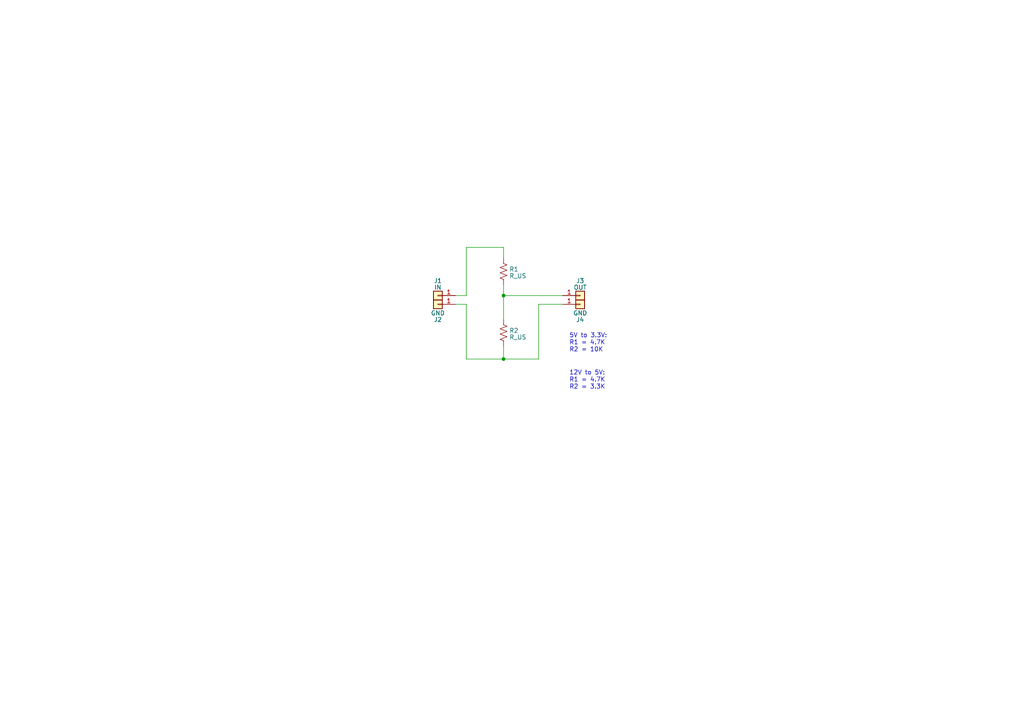
<source format=kicad_sch>
(kicad_sch (version 20230121) (generator eeschema)
  (paper "A4")
  (lib_symbols
    (symbol "Connector_Generic:Conn_01x01" (pin_names (offset 1.016) hide)
      (property "Reference" "J" (at 0 2.54 0))
      (property "Value" "Conn_01x01" (at 0 -2.54 0))
      (symbol "Conn_01x01_1_1"
        (rectangle (start -1.27 0.127) (end 0 -0.127) (stroke (width 0.1524)))
        (rectangle (start -1.27 1.27) (end 1.27 -1.27) (stroke (width 0.254)) (fill (type background)))
        (pin passive line (at -5.08 0 0) (length 3.81) (name "Pin_1") (number "1"))
      )
    )
    (symbol "Device:R_US" (pin_numbers hide) (pin_names (offset 0))
      (property "Reference" "R" (at 2.54 0 90))
      (property "Value" "R_US" (at -2.54 0 90))
      (symbol "R_US_0_1"
        (polyline (pts (xy 0 -2.286) (xy 0 -2.54)))
        (polyline (pts (xy 0 2.286) (xy 0 2.54)))
        (polyline (pts (xy 0 -0.762) (xy 1.016 -1.143) (xy 0 -1.524) (xy -1.016 -1.905) (xy 0 -2.286)))
        (polyline (pts (xy 0 0.762) (xy 1.016 0.381) (xy 0 0) (xy -1.016 -0.381) (xy 0 -0.762)))
        (polyline (pts (xy 0 2.286) (xy 1.016 1.905) (xy 0 1.524) (xy -1.016 1.143) (xy 0 0.762)))
      )
      (symbol "R_US_1_1"
        (pin passive line (at 0 3.81 270) (length 1.27) (name "~") (number "1"))
        (pin passive line (at 0 -3.81 90) (length 1.27) (name "~") (number "2"))
      )
    )
  )
  (junction (at 146.05 85.725))
  (junction (at 146.05 104.14))
  (wire (pts (xy 146.05 104.14) (xy 146.05 100.33)))
  (wire (pts (xy 156.21 104.14) (xy 146.05 104.14)))
  (wire (pts (xy 163.195 88.265) (xy 156.21 88.265)))
  (wire (pts (xy 146.05 82.55) (xy 146.05 85.725)))
  (wire (pts (xy 135.255 71.755) (xy 135.255 85.725)))
  (wire (pts (xy 132.08 88.265) (xy 135.255 88.265)))
  (wire (pts (xy 156.21 88.265) (xy 156.21 104.14)))
  (wire (pts (xy 146.05 71.755) (xy 135.255 71.755)))
  (wire (pts (xy 146.05 74.93) (xy 146.05 71.755)))
  (wire (pts (xy 135.255 88.265) (xy 135.255 104.14)))
  (wire (pts (xy 135.255 85.725) (xy 132.08 85.725)))
  (wire (pts (xy 135.255 104.14) (xy 146.05 104.14)))
  (wire (pts (xy 146.05 85.725) (xy 163.195 85.725)))
  (wire (pts (xy 146.05 85.725) (xy 146.05 92.71)))
  (text "5V to 3.3V:\nR1 = 4.7K\nR2 = 10K" (at 165.1 102.235 0) (effects (font (size 1.27 1.27)) (justify left bottom)))
  (text "12V to 5V:\nR1 = 4.7K\nR2 = 3.3K" (at 165.1 113.03 0) (effects (font (size 1.27 1.27)) (justify left bottom)))
  (symbol (lib_id "Connector_Generic:Conn_01x01") (at 168.275 85.725 0) (mirror x) (unit 1)
    (property "Reference" "J3" (at 168.275 81.4451 0))
    (property "Value" "OUT" (at 168.275 83.3661 0))
    (property "Footprint" "Connector_Wire:SolderWire-0.5sqmm_1x01_D0.9mm_OD2.1mm" (effects hide))
  )
  (symbol (lib_id "Device:R_US") (at 146.05 96.52 0) (unit 1)
    (property "Reference" "R2" (at 147.701 95.8763 0) (effects (justify left)))
    (property "Value" "R_US" (at 147.701 97.7973 0) (effects (justify left)))
    (property "Footprint" "Resistor_SMD:R_0805_2012Metric" (effects hide))
  )
  (symbol (lib_id "Device:R_US") (at 146.05 78.74 0) (unit 1)
    (property "Reference" "R1" (at 147.701 78.0963 0) (effects (justify left)))
    (property "Value" "R_US" (at 147.701 80.0173 0) (effects (justify left)))
    (property "Footprint" "Resistor_SMD:R_0805_2012Metric" (effects hide))
  )
  (symbol (lib_id "Connector_Generic:Conn_01x01") (at 127 85.725 180) (unit 1)
    (property "Reference" "J1" (at 127 81.4451 0))
    (property "Value" "IN" (at 127 83.3661 0))
    (property "Footprint" "Connector_Wire:SolderWire-0.5sqmm_1x01_D0.9mm_OD2.1mm" (effects hide))
  )
  (symbol (lib_id "Connector_Generic:Conn_01x01") (at 168.275 88.265 0) (mirror x) (unit 1)
    (property "Reference" "J4" (at 168.275 92.71 0))
    (property "Value" "GND" (at 168.275 90.805 0))
    (property "Footprint" "Connector_Wire:SolderWire-0.5sqmm_1x01_D0.9mm_OD2.1mm" (effects hide))
  )
  (symbol (lib_id "Connector_Generic:Conn_01x01") (at 127 88.265 180) (unit 1)
    (property "Reference" "J2" (at 127 92.71 0))
    (property "Value" "GND" (at 127 90.805 0))
    (property "Footprint" "Connector_Wire:SolderWire-0.5sqmm_1x01_D0.9mm_OD2.1mm" (effects hide))
  )
)
</source>
